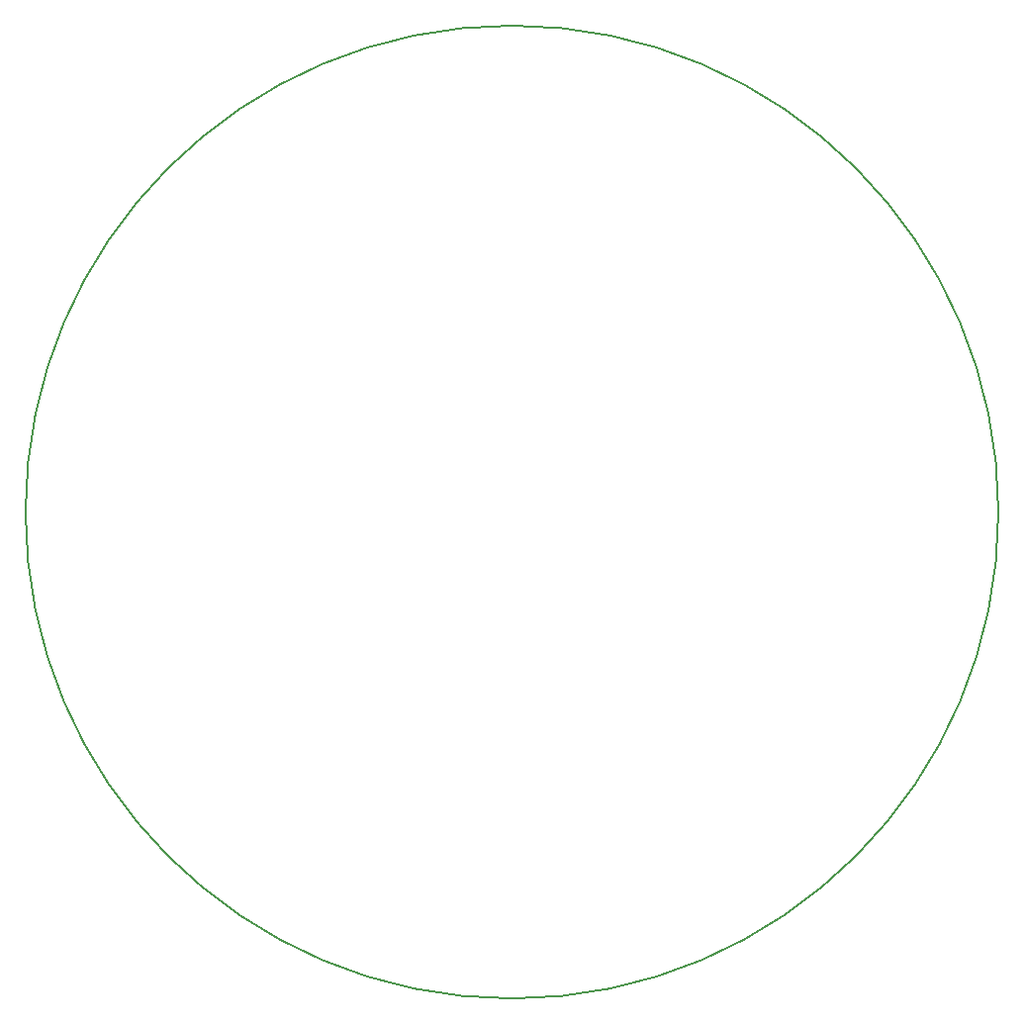
<source format=gko>
%TF.GenerationSoftware,Altium Limited,Altium Designer,23.3.1 (30)*%
G04 Layer_Color=16711935*
%FSLAX25Y25*%
%MOIN*%
%TF.SameCoordinates,891D3A3A-43D5-49D6-AFC7-0964E08A728C*%
%TF.FilePolarity,Positive*%
%TF.FileFunction,Keep-out,Top*%
%TF.Part,Single*%
G01*
G75*
%TA.AperFunction,NonConductor*%
%ADD66C,0.00787*%
D66*
X0Y-163878D02*
G03*
X163878Y0I0J163878D01*
G01*
D02*
G03*
X0Y163878I-163878J0D01*
G01*
D02*
G03*
X-163878Y0I0J-163878D01*
G01*
D02*
G03*
X0Y-163878I163878J0D01*
G01*
%TF.MD5,46a6b14934f3c7f7b4b4a3f9d979427e*%
M02*

</source>
